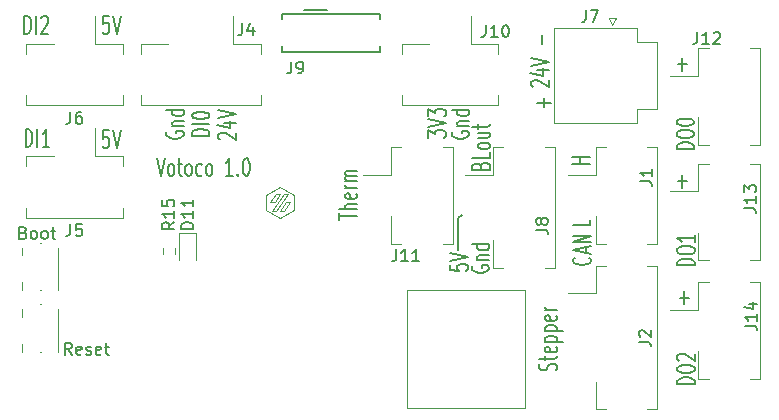
<source format=gbr>
%TF.GenerationSoftware,KiCad,Pcbnew,(6.0.9)*%
%TF.CreationDate,2022-12-25T13:15:50+01:00*%
%TF.ProjectId,votoco,766f746f-636f-42e6-9b69-6361645f7063,rev?*%
%TF.SameCoordinates,Original*%
%TF.FileFunction,Legend,Top*%
%TF.FilePolarity,Positive*%
%FSLAX46Y46*%
G04 Gerber Fmt 4.6, Leading zero omitted, Abs format (unit mm)*
G04 Created by KiCad (PCBNEW (6.0.9)) date 2022-12-25 13:15:50*
%MOMM*%
%LPD*%
G01*
G04 APERTURE LIST*
%ADD10C,0.100000*%
%ADD11C,0.150000*%
%ADD12C,0.120000*%
G04 APERTURE END LIST*
D10*
X123901000Y-81212375D02*
X123900250Y-79920125D01*
X123201250Y-80559125D02*
X123201250Y-80559125D01*
X123400000Y-79850000D02*
X123400000Y-79850000D01*
X123900250Y-79920125D02*
X122719000Y-79270250D01*
X122042125Y-81280250D02*
X123032125Y-79850375D01*
X123070375Y-81280250D02*
X122702500Y-81280250D01*
X122243125Y-80564375D02*
X121874125Y-80564375D01*
D11*
X137800000Y-81900000D02*
X138100000Y-81600000D01*
D10*
X122369125Y-79850750D02*
X122735875Y-79850000D01*
X121537375Y-79919750D02*
X121537375Y-81210125D01*
D11*
X137800000Y-84600000D02*
X137800000Y-81900000D01*
D10*
X123400000Y-79850000D02*
X122405875Y-81280250D01*
X121537375Y-79919750D02*
X121537375Y-79919750D01*
X123201250Y-80559125D02*
X123572500Y-80559125D01*
X123032125Y-79850375D02*
X123400000Y-79850000D01*
X121874125Y-80564375D02*
X122369125Y-79850750D01*
X122735875Y-79850000D02*
X122243125Y-80564375D01*
X122716750Y-81859250D02*
X123901000Y-81212375D01*
X122702500Y-81280250D02*
X123201250Y-80559125D01*
X122405875Y-81280250D02*
X122042125Y-81280250D01*
X122719000Y-79270250D02*
X121537375Y-79919750D01*
X122735875Y-79850000D02*
X122735875Y-79850000D01*
X121537375Y-81210125D02*
X122716750Y-81859250D01*
X123572500Y-80559125D02*
X123070375Y-81280250D01*
D11*
X139000000Y-85942857D02*
X138928571Y-86038095D01*
X138928571Y-86180952D01*
X139000000Y-86323809D01*
X139142857Y-86419047D01*
X139285714Y-86466666D01*
X139571428Y-86514285D01*
X139785714Y-86514285D01*
X140071428Y-86466666D01*
X140214285Y-86419047D01*
X140357142Y-86323809D01*
X140428571Y-86180952D01*
X140428571Y-86085714D01*
X140357142Y-85942857D01*
X140285714Y-85895238D01*
X139785714Y-85895238D01*
X139785714Y-86085714D01*
X139428571Y-85466666D02*
X140428571Y-85466666D01*
X139571428Y-85466666D02*
X139500000Y-85419047D01*
X139428571Y-85323809D01*
X139428571Y-85180952D01*
X139500000Y-85085714D01*
X139642857Y-85038095D01*
X140428571Y-85038095D01*
X140428571Y-84133333D02*
X138928571Y-84133333D01*
X140357142Y-84133333D02*
X140428571Y-84228571D01*
X140428571Y-84419047D01*
X140357142Y-84514285D01*
X140285714Y-84561904D01*
X140142857Y-84609523D01*
X139714285Y-84609523D01*
X139571428Y-84561904D01*
X139500000Y-84514285D01*
X139428571Y-84419047D01*
X139428571Y-84228571D01*
X139500000Y-84133333D01*
X157130952Y-68892857D02*
X156369047Y-68892857D01*
X156750000Y-68321428D02*
X156750000Y-69464285D01*
X144907142Y-67180952D02*
X144907142Y-66419047D01*
X157828571Y-95961904D02*
X156328571Y-95961904D01*
X156328571Y-95723809D01*
X156400000Y-95580952D01*
X156542857Y-95485714D01*
X156685714Y-95438095D01*
X156971428Y-95390476D01*
X157185714Y-95390476D01*
X157471428Y-95438095D01*
X157614285Y-95485714D01*
X157757142Y-95580952D01*
X157828571Y-95723809D01*
X157828571Y-95961904D01*
X156328571Y-94771428D02*
X156328571Y-94580952D01*
X156400000Y-94485714D01*
X156542857Y-94390476D01*
X156828571Y-94342857D01*
X157328571Y-94342857D01*
X157614285Y-94390476D01*
X157757142Y-94485714D01*
X157828571Y-94580952D01*
X157828571Y-94771428D01*
X157757142Y-94866666D01*
X157614285Y-94961904D01*
X157328571Y-95009523D01*
X156828571Y-95009523D01*
X156542857Y-94961904D01*
X156400000Y-94866666D01*
X156328571Y-94771428D01*
X156471428Y-93961904D02*
X156400000Y-93914285D01*
X156328571Y-93819047D01*
X156328571Y-93580952D01*
X156400000Y-93485714D01*
X156471428Y-93438095D01*
X156614285Y-93390476D01*
X156757142Y-93390476D01*
X156971428Y-93438095D01*
X157828571Y-94009523D01*
X157828571Y-93390476D01*
X137300000Y-74592857D02*
X137228571Y-74688095D01*
X137228571Y-74830952D01*
X137300000Y-74973809D01*
X137442857Y-75069047D01*
X137585714Y-75116666D01*
X137871428Y-75164285D01*
X138085714Y-75164285D01*
X138371428Y-75116666D01*
X138514285Y-75069047D01*
X138657142Y-74973809D01*
X138728571Y-74830952D01*
X138728571Y-74735714D01*
X138657142Y-74592857D01*
X138585714Y-74545238D01*
X138085714Y-74545238D01*
X138085714Y-74735714D01*
X137728571Y-74116666D02*
X138728571Y-74116666D01*
X137871428Y-74116666D02*
X137800000Y-74069047D01*
X137728571Y-73973809D01*
X137728571Y-73830952D01*
X137800000Y-73735714D01*
X137942857Y-73688095D01*
X138728571Y-73688095D01*
X138728571Y-72783333D02*
X137228571Y-72783333D01*
X138657142Y-72783333D02*
X138728571Y-72878571D01*
X138728571Y-73069047D01*
X138657142Y-73164285D01*
X138585714Y-73211904D01*
X138442857Y-73259523D01*
X138014285Y-73259523D01*
X137871428Y-73211904D01*
X137800000Y-73164285D01*
X137728571Y-73069047D01*
X137728571Y-72878571D01*
X137800000Y-72783333D01*
X157330952Y-88642857D02*
X156569047Y-88642857D01*
X156950000Y-88071428D02*
X156950000Y-89214285D01*
X135228571Y-75088095D02*
X135228571Y-74469047D01*
X135800000Y-74802380D01*
X135800000Y-74659523D01*
X135871428Y-74564285D01*
X135942857Y-74516666D01*
X136085714Y-74469047D01*
X136442857Y-74469047D01*
X136585714Y-74516666D01*
X136657142Y-74564285D01*
X136728571Y-74659523D01*
X136728571Y-74945238D01*
X136657142Y-75040476D01*
X136585714Y-75088095D01*
X135228571Y-74183333D02*
X136728571Y-73850000D01*
X135228571Y-73516666D01*
X135228571Y-73278571D02*
X135228571Y-72659523D01*
X135800000Y-72992857D01*
X135800000Y-72850000D01*
X135871428Y-72754761D01*
X135942857Y-72707142D01*
X136085714Y-72659523D01*
X136442857Y-72659523D01*
X136585714Y-72707142D01*
X136657142Y-72754761D01*
X136728571Y-72850000D01*
X136728571Y-73135714D01*
X136657142Y-73230952D01*
X136585714Y-73278571D01*
X108209523Y-74478571D02*
X107733333Y-74478571D01*
X107685714Y-75192857D01*
X107733333Y-75121428D01*
X107828571Y-75050000D01*
X108066666Y-75050000D01*
X108161904Y-75121428D01*
X108209523Y-75192857D01*
X108257142Y-75335714D01*
X108257142Y-75692857D01*
X108209523Y-75835714D01*
X108161904Y-75907142D01*
X108066666Y-75978571D01*
X107828571Y-75978571D01*
X107733333Y-75907142D01*
X107685714Y-75835714D01*
X108542857Y-74478571D02*
X108876190Y-75978571D01*
X109209523Y-74478571D01*
X157828571Y-85911904D02*
X156328571Y-85911904D01*
X156328571Y-85673809D01*
X156400000Y-85530952D01*
X156542857Y-85435714D01*
X156685714Y-85388095D01*
X156971428Y-85340476D01*
X157185714Y-85340476D01*
X157471428Y-85388095D01*
X157614285Y-85435714D01*
X157757142Y-85530952D01*
X157828571Y-85673809D01*
X157828571Y-85911904D01*
X156328571Y-84721428D02*
X156328571Y-84530952D01*
X156400000Y-84435714D01*
X156542857Y-84340476D01*
X156828571Y-84292857D01*
X157328571Y-84292857D01*
X157614285Y-84340476D01*
X157757142Y-84435714D01*
X157828571Y-84530952D01*
X157828571Y-84721428D01*
X157757142Y-84816666D01*
X157614285Y-84911904D01*
X157328571Y-84959523D01*
X156828571Y-84959523D01*
X156542857Y-84911904D01*
X156400000Y-84816666D01*
X156328571Y-84721428D01*
X157828571Y-83340476D02*
X157828571Y-83911904D01*
X157828571Y-83626190D02*
X156328571Y-83626190D01*
X156542857Y-83721428D01*
X156685714Y-83816666D01*
X156757142Y-83911904D01*
X117621428Y-75240476D02*
X117550000Y-75192857D01*
X117478571Y-75097619D01*
X117478571Y-74859523D01*
X117550000Y-74764285D01*
X117621428Y-74716666D01*
X117764285Y-74669047D01*
X117907142Y-74669047D01*
X118121428Y-74716666D01*
X118978571Y-75288095D01*
X118978571Y-74669047D01*
X117978571Y-73811904D02*
X118978571Y-73811904D01*
X117407142Y-74050000D02*
X118478571Y-74288095D01*
X118478571Y-73669047D01*
X117478571Y-73430952D02*
X118978571Y-73097619D01*
X117478571Y-72764285D01*
X116728571Y-74926190D02*
X115228571Y-74926190D01*
X115228571Y-74688095D01*
X115300000Y-74545238D01*
X115442857Y-74450000D01*
X115585714Y-74402380D01*
X115871428Y-74354761D01*
X116085714Y-74354761D01*
X116371428Y-74402380D01*
X116514285Y-74450000D01*
X116657142Y-74545238D01*
X116728571Y-74688095D01*
X116728571Y-74926190D01*
X116728571Y-73926190D02*
X115228571Y-73926190D01*
X115228571Y-73259523D02*
X115228571Y-73164285D01*
X115300000Y-73069047D01*
X115371428Y-73021428D01*
X115514285Y-72973809D01*
X115800000Y-72926190D01*
X116157142Y-72926190D01*
X116442857Y-72973809D01*
X116585714Y-73021428D01*
X116657142Y-73069047D01*
X116728571Y-73164285D01*
X116728571Y-73259523D01*
X116657142Y-73354761D01*
X116585714Y-73402380D01*
X116442857Y-73450000D01*
X116157142Y-73497619D01*
X115800000Y-73497619D01*
X115514285Y-73450000D01*
X115371428Y-73402380D01*
X115300000Y-73354761D01*
X115228571Y-73259523D01*
X112273809Y-76828571D02*
X112607142Y-78328571D01*
X112940476Y-76828571D01*
X113416666Y-78328571D02*
X113321428Y-78257142D01*
X113273809Y-78185714D01*
X113226190Y-78042857D01*
X113226190Y-77614285D01*
X113273809Y-77471428D01*
X113321428Y-77400000D01*
X113416666Y-77328571D01*
X113559523Y-77328571D01*
X113654761Y-77400000D01*
X113702380Y-77471428D01*
X113750000Y-77614285D01*
X113750000Y-78042857D01*
X113702380Y-78185714D01*
X113654761Y-78257142D01*
X113559523Y-78328571D01*
X113416666Y-78328571D01*
X114035714Y-77328571D02*
X114416666Y-77328571D01*
X114178571Y-76828571D02*
X114178571Y-78114285D01*
X114226190Y-78257142D01*
X114321428Y-78328571D01*
X114416666Y-78328571D01*
X114892857Y-78328571D02*
X114797619Y-78257142D01*
X114750000Y-78185714D01*
X114702380Y-78042857D01*
X114702380Y-77614285D01*
X114750000Y-77471428D01*
X114797619Y-77400000D01*
X114892857Y-77328571D01*
X115035714Y-77328571D01*
X115130952Y-77400000D01*
X115178571Y-77471428D01*
X115226190Y-77614285D01*
X115226190Y-78042857D01*
X115178571Y-78185714D01*
X115130952Y-78257142D01*
X115035714Y-78328571D01*
X114892857Y-78328571D01*
X116083333Y-78257142D02*
X115988095Y-78328571D01*
X115797619Y-78328571D01*
X115702380Y-78257142D01*
X115654761Y-78185714D01*
X115607142Y-78042857D01*
X115607142Y-77614285D01*
X115654761Y-77471428D01*
X115702380Y-77400000D01*
X115797619Y-77328571D01*
X115988095Y-77328571D01*
X116083333Y-77400000D01*
X116654761Y-78328571D02*
X116559523Y-78257142D01*
X116511904Y-78185714D01*
X116464285Y-78042857D01*
X116464285Y-77614285D01*
X116511904Y-77471428D01*
X116559523Y-77400000D01*
X116654761Y-77328571D01*
X116797619Y-77328571D01*
X116892857Y-77400000D01*
X116940476Y-77471428D01*
X116988095Y-77614285D01*
X116988095Y-78042857D01*
X116940476Y-78185714D01*
X116892857Y-78257142D01*
X116797619Y-78328571D01*
X116654761Y-78328571D01*
X118702380Y-78328571D02*
X118130952Y-78328571D01*
X118416666Y-78328571D02*
X118416666Y-76828571D01*
X118321428Y-77042857D01*
X118226190Y-77185714D01*
X118130952Y-77257142D01*
X119130952Y-78185714D02*
X119178571Y-78257142D01*
X119130952Y-78328571D01*
X119083333Y-78257142D01*
X119130952Y-78185714D01*
X119130952Y-78328571D01*
X119797619Y-76828571D02*
X119892857Y-76828571D01*
X119988095Y-76900000D01*
X120035714Y-76971428D01*
X120083333Y-77114285D01*
X120130952Y-77400000D01*
X120130952Y-77757142D01*
X120083333Y-78042857D01*
X120035714Y-78185714D01*
X119988095Y-78257142D01*
X119892857Y-78328571D01*
X119797619Y-78328571D01*
X119702380Y-78257142D01*
X119654761Y-78185714D01*
X119607142Y-78042857D01*
X119559523Y-77757142D01*
X119559523Y-77400000D01*
X119607142Y-77114285D01*
X119654761Y-76971428D01*
X119702380Y-76900000D01*
X119797619Y-76828571D01*
X157778571Y-76061904D02*
X156278571Y-76061904D01*
X156278571Y-75823809D01*
X156350000Y-75680952D01*
X156492857Y-75585714D01*
X156635714Y-75538095D01*
X156921428Y-75490476D01*
X157135714Y-75490476D01*
X157421428Y-75538095D01*
X157564285Y-75585714D01*
X157707142Y-75680952D01*
X157778571Y-75823809D01*
X157778571Y-76061904D01*
X156278571Y-74871428D02*
X156278571Y-74680952D01*
X156350000Y-74585714D01*
X156492857Y-74490476D01*
X156778571Y-74442857D01*
X157278571Y-74442857D01*
X157564285Y-74490476D01*
X157707142Y-74585714D01*
X157778571Y-74680952D01*
X157778571Y-74871428D01*
X157707142Y-74966666D01*
X157564285Y-75061904D01*
X157278571Y-75109523D01*
X156778571Y-75109523D01*
X156492857Y-75061904D01*
X156350000Y-74966666D01*
X156278571Y-74871428D01*
X156278571Y-73823809D02*
X156278571Y-73728571D01*
X156350000Y-73633333D01*
X156421428Y-73585714D01*
X156564285Y-73538095D01*
X156850000Y-73490476D01*
X157207142Y-73490476D01*
X157492857Y-73538095D01*
X157635714Y-73585714D01*
X157707142Y-73633333D01*
X157778571Y-73728571D01*
X157778571Y-73823809D01*
X157707142Y-73919047D01*
X157635714Y-73966666D01*
X157492857Y-74014285D01*
X157207142Y-74061904D01*
X156850000Y-74061904D01*
X156564285Y-74014285D01*
X156421428Y-73966666D01*
X156350000Y-73919047D01*
X156278571Y-73823809D01*
X157130952Y-78792857D02*
X156369047Y-78792857D01*
X156750000Y-78221428D02*
X156750000Y-79364285D01*
X148928571Y-77335714D02*
X147428571Y-77335714D01*
X148142857Y-77335714D02*
X148142857Y-76764285D01*
X148928571Y-76764285D02*
X147428571Y-76764285D01*
X101073809Y-66278571D02*
X101073809Y-64778571D01*
X101311904Y-64778571D01*
X101454761Y-64850000D01*
X101550000Y-64992857D01*
X101597619Y-65135714D01*
X101645238Y-65421428D01*
X101645238Y-65635714D01*
X101597619Y-65921428D01*
X101550000Y-66064285D01*
X101454761Y-66207142D01*
X101311904Y-66278571D01*
X101073809Y-66278571D01*
X102073809Y-66278571D02*
X102073809Y-64778571D01*
X102502380Y-64921428D02*
X102550000Y-64850000D01*
X102645238Y-64778571D01*
X102883333Y-64778571D01*
X102978571Y-64850000D01*
X103026190Y-64921428D01*
X103073809Y-65064285D01*
X103073809Y-65207142D01*
X103026190Y-65421428D01*
X102454761Y-66278571D01*
X103073809Y-66278571D01*
X145057142Y-72530952D02*
X145057142Y-71769047D01*
X145628571Y-72150000D02*
X144485714Y-72150000D01*
X127728571Y-82042857D02*
X127728571Y-81471428D01*
X129228571Y-81757142D02*
X127728571Y-81757142D01*
X129228571Y-81138095D02*
X127728571Y-81138095D01*
X129228571Y-80709523D02*
X128442857Y-80709523D01*
X128300000Y-80757142D01*
X128228571Y-80852380D01*
X128228571Y-80995238D01*
X128300000Y-81090476D01*
X128371428Y-81138095D01*
X129157142Y-79852380D02*
X129228571Y-79947619D01*
X129228571Y-80138095D01*
X129157142Y-80233333D01*
X129014285Y-80280952D01*
X128442857Y-80280952D01*
X128300000Y-80233333D01*
X128228571Y-80138095D01*
X128228571Y-79947619D01*
X128300000Y-79852380D01*
X128442857Y-79804761D01*
X128585714Y-79804761D01*
X128728571Y-80280952D01*
X129228571Y-79376190D02*
X128228571Y-79376190D01*
X128514285Y-79376190D02*
X128371428Y-79328571D01*
X128300000Y-79280952D01*
X128228571Y-79185714D01*
X128228571Y-79090476D01*
X129228571Y-78757142D02*
X128228571Y-78757142D01*
X128371428Y-78757142D02*
X128300000Y-78709523D01*
X128228571Y-78614285D01*
X128228571Y-78471428D01*
X128300000Y-78376190D01*
X128442857Y-78328571D01*
X129228571Y-78328571D01*
X128442857Y-78328571D02*
X128300000Y-78280952D01*
X128228571Y-78185714D01*
X128228571Y-78042857D01*
X128300000Y-77947619D01*
X128442857Y-77900000D01*
X129228571Y-77900000D01*
X139692857Y-77473809D02*
X139764285Y-77330952D01*
X139835714Y-77283333D01*
X139978571Y-77235714D01*
X140192857Y-77235714D01*
X140335714Y-77283333D01*
X140407142Y-77330952D01*
X140478571Y-77426190D01*
X140478571Y-77807142D01*
X138978571Y-77807142D01*
X138978571Y-77473809D01*
X139050000Y-77378571D01*
X139121428Y-77330952D01*
X139264285Y-77283333D01*
X139407142Y-77283333D01*
X139550000Y-77330952D01*
X139621428Y-77378571D01*
X139692857Y-77473809D01*
X139692857Y-77807142D01*
X140478571Y-76330952D02*
X140478571Y-76807142D01*
X138978571Y-76807142D01*
X140478571Y-75854761D02*
X140407142Y-75950000D01*
X140335714Y-75997619D01*
X140192857Y-76045238D01*
X139764285Y-76045238D01*
X139621428Y-75997619D01*
X139550000Y-75950000D01*
X139478571Y-75854761D01*
X139478571Y-75711904D01*
X139550000Y-75616666D01*
X139621428Y-75569047D01*
X139764285Y-75521428D01*
X140192857Y-75521428D01*
X140335714Y-75569047D01*
X140407142Y-75616666D01*
X140478571Y-75711904D01*
X140478571Y-75854761D01*
X139478571Y-74664285D02*
X140478571Y-74664285D01*
X139478571Y-75092857D02*
X140264285Y-75092857D01*
X140407142Y-75045238D01*
X140478571Y-74950000D01*
X140478571Y-74807142D01*
X140407142Y-74711904D01*
X140335714Y-74664285D01*
X139478571Y-74330952D02*
X139478571Y-73950000D01*
X138978571Y-74188095D02*
X140264285Y-74188095D01*
X140407142Y-74140476D01*
X140478571Y-74045238D01*
X140478571Y-73950000D01*
X105061904Y-93452380D02*
X104728571Y-92976190D01*
X104490476Y-93452380D02*
X104490476Y-92452380D01*
X104871428Y-92452380D01*
X104966666Y-92500000D01*
X105014285Y-92547619D01*
X105061904Y-92642857D01*
X105061904Y-92785714D01*
X105014285Y-92880952D01*
X104966666Y-92928571D01*
X104871428Y-92976190D01*
X104490476Y-92976190D01*
X105871428Y-93404761D02*
X105776190Y-93452380D01*
X105585714Y-93452380D01*
X105490476Y-93404761D01*
X105442857Y-93309523D01*
X105442857Y-92928571D01*
X105490476Y-92833333D01*
X105585714Y-92785714D01*
X105776190Y-92785714D01*
X105871428Y-92833333D01*
X105919047Y-92928571D01*
X105919047Y-93023809D01*
X105442857Y-93119047D01*
X106300000Y-93404761D02*
X106395238Y-93452380D01*
X106585714Y-93452380D01*
X106680952Y-93404761D01*
X106728571Y-93309523D01*
X106728571Y-93261904D01*
X106680952Y-93166666D01*
X106585714Y-93119047D01*
X106442857Y-93119047D01*
X106347619Y-93071428D01*
X106300000Y-92976190D01*
X106300000Y-92928571D01*
X106347619Y-92833333D01*
X106442857Y-92785714D01*
X106585714Y-92785714D01*
X106680952Y-92833333D01*
X107538095Y-93404761D02*
X107442857Y-93452380D01*
X107252380Y-93452380D01*
X107157142Y-93404761D01*
X107109523Y-93309523D01*
X107109523Y-92928571D01*
X107157142Y-92833333D01*
X107252380Y-92785714D01*
X107442857Y-92785714D01*
X107538095Y-92833333D01*
X107585714Y-92928571D01*
X107585714Y-93023809D01*
X107109523Y-93119047D01*
X107871428Y-92785714D02*
X108252380Y-92785714D01*
X108014285Y-92452380D02*
X108014285Y-93309523D01*
X108061904Y-93404761D01*
X108157142Y-93452380D01*
X108252380Y-93452380D01*
X148978571Y-82040476D02*
X148978571Y-82516666D01*
X147478571Y-82516666D01*
X108209523Y-64778571D02*
X107733333Y-64778571D01*
X107685714Y-65492857D01*
X107733333Y-65421428D01*
X107828571Y-65350000D01*
X108066666Y-65350000D01*
X108161904Y-65421428D01*
X108209523Y-65492857D01*
X108257142Y-65635714D01*
X108257142Y-65992857D01*
X108209523Y-66135714D01*
X108161904Y-66207142D01*
X108066666Y-66278571D01*
X107828571Y-66278571D01*
X107733333Y-66207142D01*
X107685714Y-66135714D01*
X108542857Y-64778571D02*
X108876190Y-66278571D01*
X109209523Y-64778571D01*
X148885714Y-85242857D02*
X148957142Y-85290476D01*
X149028571Y-85433333D01*
X149028571Y-85528571D01*
X148957142Y-85671428D01*
X148814285Y-85766666D01*
X148671428Y-85814285D01*
X148385714Y-85861904D01*
X148171428Y-85861904D01*
X147885714Y-85814285D01*
X147742857Y-85766666D01*
X147600000Y-85671428D01*
X147528571Y-85528571D01*
X147528571Y-85433333D01*
X147600000Y-85290476D01*
X147671428Y-85242857D01*
X148600000Y-84861904D02*
X148600000Y-84385714D01*
X149028571Y-84957142D02*
X147528571Y-84623809D01*
X149028571Y-84290476D01*
X149028571Y-83957142D02*
X147528571Y-83957142D01*
X149028571Y-83385714D01*
X147528571Y-83385714D01*
X113150000Y-74592857D02*
X113078571Y-74688095D01*
X113078571Y-74830952D01*
X113150000Y-74973809D01*
X113292857Y-75069047D01*
X113435714Y-75116666D01*
X113721428Y-75164285D01*
X113935714Y-75164285D01*
X114221428Y-75116666D01*
X114364285Y-75069047D01*
X114507142Y-74973809D01*
X114578571Y-74830952D01*
X114578571Y-74735714D01*
X114507142Y-74592857D01*
X114435714Y-74545238D01*
X113935714Y-74545238D01*
X113935714Y-74735714D01*
X113578571Y-74116666D02*
X114578571Y-74116666D01*
X113721428Y-74116666D02*
X113650000Y-74069047D01*
X113578571Y-73973809D01*
X113578571Y-73830952D01*
X113650000Y-73735714D01*
X113792857Y-73688095D01*
X114578571Y-73688095D01*
X114578571Y-72783333D02*
X113078571Y-72783333D01*
X114507142Y-72783333D02*
X114578571Y-72878571D01*
X114578571Y-73069047D01*
X114507142Y-73164285D01*
X114435714Y-73211904D01*
X114292857Y-73259523D01*
X113864285Y-73259523D01*
X113721428Y-73211904D01*
X113650000Y-73164285D01*
X113578571Y-73069047D01*
X113578571Y-72878571D01*
X113650000Y-72783333D01*
X101173809Y-75878571D02*
X101173809Y-74378571D01*
X101411904Y-74378571D01*
X101554761Y-74450000D01*
X101650000Y-74592857D01*
X101697619Y-74735714D01*
X101745238Y-75021428D01*
X101745238Y-75235714D01*
X101697619Y-75521428D01*
X101650000Y-75664285D01*
X101554761Y-75807142D01*
X101411904Y-75878571D01*
X101173809Y-75878571D01*
X102173809Y-75878571D02*
X102173809Y-74378571D01*
X103173809Y-75878571D02*
X102602380Y-75878571D01*
X102888095Y-75878571D02*
X102888095Y-74378571D01*
X102792857Y-74592857D01*
X102697619Y-74735714D01*
X102602380Y-74807142D01*
X137128571Y-85840476D02*
X137128571Y-86316666D01*
X137842857Y-86364285D01*
X137771428Y-86316666D01*
X137700000Y-86221428D01*
X137700000Y-85983333D01*
X137771428Y-85888095D01*
X137842857Y-85840476D01*
X137985714Y-85792857D01*
X138342857Y-85792857D01*
X138485714Y-85840476D01*
X138557142Y-85888095D01*
X138628571Y-85983333D01*
X138628571Y-86221428D01*
X138557142Y-86316666D01*
X138485714Y-86364285D01*
X137128571Y-85507142D02*
X138628571Y-85173809D01*
X137128571Y-84840476D01*
X146057142Y-94792857D02*
X146128571Y-94650000D01*
X146128571Y-94411904D01*
X146057142Y-94316666D01*
X145985714Y-94269047D01*
X145842857Y-94221428D01*
X145700000Y-94221428D01*
X145557142Y-94269047D01*
X145485714Y-94316666D01*
X145414285Y-94411904D01*
X145342857Y-94602380D01*
X145271428Y-94697619D01*
X145200000Y-94745238D01*
X145057142Y-94792857D01*
X144914285Y-94792857D01*
X144771428Y-94745238D01*
X144700000Y-94697619D01*
X144628571Y-94602380D01*
X144628571Y-94364285D01*
X144700000Y-94221428D01*
X145128571Y-93935714D02*
X145128571Y-93554761D01*
X144628571Y-93792857D02*
X145914285Y-93792857D01*
X146057142Y-93745238D01*
X146128571Y-93650000D01*
X146128571Y-93554761D01*
X146057142Y-92840476D02*
X146128571Y-92935714D01*
X146128571Y-93126190D01*
X146057142Y-93221428D01*
X145914285Y-93269047D01*
X145342857Y-93269047D01*
X145200000Y-93221428D01*
X145128571Y-93126190D01*
X145128571Y-92935714D01*
X145200000Y-92840476D01*
X145342857Y-92792857D01*
X145485714Y-92792857D01*
X145628571Y-93269047D01*
X145128571Y-92364285D02*
X146628571Y-92364285D01*
X145200000Y-92364285D02*
X145128571Y-92269047D01*
X145128571Y-92078571D01*
X145200000Y-91983333D01*
X145271428Y-91935714D01*
X145414285Y-91888095D01*
X145842857Y-91888095D01*
X145985714Y-91935714D01*
X146057142Y-91983333D01*
X146128571Y-92078571D01*
X146128571Y-92269047D01*
X146057142Y-92364285D01*
X145128571Y-91459523D02*
X146628571Y-91459523D01*
X145200000Y-91459523D02*
X145128571Y-91364285D01*
X145128571Y-91173809D01*
X145200000Y-91078571D01*
X145271428Y-91030952D01*
X145414285Y-90983333D01*
X145842857Y-90983333D01*
X145985714Y-91030952D01*
X146057142Y-91078571D01*
X146128571Y-91173809D01*
X146128571Y-91364285D01*
X146057142Y-91459523D01*
X146057142Y-90173809D02*
X146128571Y-90269047D01*
X146128571Y-90459523D01*
X146057142Y-90554761D01*
X145914285Y-90602380D01*
X145342857Y-90602380D01*
X145200000Y-90554761D01*
X145128571Y-90459523D01*
X145128571Y-90269047D01*
X145200000Y-90173809D01*
X145342857Y-90126190D01*
X145485714Y-90126190D01*
X145628571Y-90602380D01*
X146128571Y-89697619D02*
X145128571Y-89697619D01*
X145414285Y-89697619D02*
X145271428Y-89650000D01*
X145200000Y-89602380D01*
X145128571Y-89507142D01*
X145128571Y-89411904D01*
X144121428Y-70790476D02*
X144050000Y-70742857D01*
X143978571Y-70647619D01*
X143978571Y-70409523D01*
X144050000Y-70314285D01*
X144121428Y-70266666D01*
X144264285Y-70219047D01*
X144407142Y-70219047D01*
X144621428Y-70266666D01*
X145478571Y-70838095D01*
X145478571Y-70219047D01*
X144478571Y-69361904D02*
X145478571Y-69361904D01*
X143907142Y-69600000D02*
X144978571Y-69838095D01*
X144978571Y-69219047D01*
X143978571Y-68980952D02*
X145478571Y-68647619D01*
X143978571Y-68314285D01*
X100980952Y-83128571D02*
X101123809Y-83176190D01*
X101171428Y-83223809D01*
X101219047Y-83319047D01*
X101219047Y-83461904D01*
X101171428Y-83557142D01*
X101123809Y-83604761D01*
X101028571Y-83652380D01*
X100647619Y-83652380D01*
X100647619Y-82652380D01*
X100980952Y-82652380D01*
X101076190Y-82700000D01*
X101123809Y-82747619D01*
X101171428Y-82842857D01*
X101171428Y-82938095D01*
X101123809Y-83033333D01*
X101076190Y-83080952D01*
X100980952Y-83128571D01*
X100647619Y-83128571D01*
X101790476Y-83652380D02*
X101695238Y-83604761D01*
X101647619Y-83557142D01*
X101600000Y-83461904D01*
X101600000Y-83176190D01*
X101647619Y-83080952D01*
X101695238Y-83033333D01*
X101790476Y-82985714D01*
X101933333Y-82985714D01*
X102028571Y-83033333D01*
X102076190Y-83080952D01*
X102123809Y-83176190D01*
X102123809Y-83461904D01*
X102076190Y-83557142D01*
X102028571Y-83604761D01*
X101933333Y-83652380D01*
X101790476Y-83652380D01*
X102695238Y-83652380D02*
X102600000Y-83604761D01*
X102552380Y-83557142D01*
X102504761Y-83461904D01*
X102504761Y-83176190D01*
X102552380Y-83080952D01*
X102600000Y-83033333D01*
X102695238Y-82985714D01*
X102838095Y-82985714D01*
X102933333Y-83033333D01*
X102980952Y-83080952D01*
X103028571Y-83176190D01*
X103028571Y-83461904D01*
X102980952Y-83557142D01*
X102933333Y-83604761D01*
X102838095Y-83652380D01*
X102695238Y-83652380D01*
X103314285Y-82985714D02*
X103695238Y-82985714D01*
X103457142Y-82652380D02*
X103457142Y-83509523D01*
X103504761Y-83604761D01*
X103600000Y-83652380D01*
X103695238Y-83652380D01*
%TO.C,J2*%
X153102380Y-92383333D02*
X153816666Y-92383333D01*
X153959523Y-92430952D01*
X154054761Y-92526190D01*
X154102380Y-92669047D01*
X154102380Y-92764285D01*
X153197619Y-91954761D02*
X153150000Y-91907142D01*
X153102380Y-91811904D01*
X153102380Y-91573809D01*
X153150000Y-91478571D01*
X153197619Y-91430952D01*
X153292857Y-91383333D01*
X153388095Y-91383333D01*
X153530952Y-91430952D01*
X154102380Y-92002380D01*
X154102380Y-91383333D01*
%TO.C,J9*%
X123666666Y-68652380D02*
X123666666Y-69366666D01*
X123619047Y-69509523D01*
X123523809Y-69604761D01*
X123380952Y-69652380D01*
X123285714Y-69652380D01*
X124190476Y-69652380D02*
X124380952Y-69652380D01*
X124476190Y-69604761D01*
X124523809Y-69557142D01*
X124619047Y-69414285D01*
X124666666Y-69223809D01*
X124666666Y-68842857D01*
X124619047Y-68747619D01*
X124571428Y-68700000D01*
X124476190Y-68652380D01*
X124285714Y-68652380D01*
X124190476Y-68700000D01*
X124142857Y-68747619D01*
X124095238Y-68842857D01*
X124095238Y-69080952D01*
X124142857Y-69176190D01*
X124190476Y-69223809D01*
X124285714Y-69271428D01*
X124476190Y-69271428D01*
X124571428Y-69223809D01*
X124619047Y-69176190D01*
X124666666Y-69080952D01*
%TO.C,R15*%
X113752380Y-82242857D02*
X113276190Y-82576190D01*
X113752380Y-82814285D02*
X112752380Y-82814285D01*
X112752380Y-82433333D01*
X112800000Y-82338095D01*
X112847619Y-82290476D01*
X112942857Y-82242857D01*
X113085714Y-82242857D01*
X113180952Y-82290476D01*
X113228571Y-82338095D01*
X113276190Y-82433333D01*
X113276190Y-82814285D01*
X113752380Y-81290476D02*
X113752380Y-81861904D01*
X113752380Y-81576190D02*
X112752380Y-81576190D01*
X112895238Y-81671428D01*
X112990476Y-81766666D01*
X113038095Y-81861904D01*
X112752380Y-80385714D02*
X112752380Y-80861904D01*
X113228571Y-80909523D01*
X113180952Y-80861904D01*
X113133333Y-80766666D01*
X113133333Y-80528571D01*
X113180952Y-80433333D01*
X113228571Y-80385714D01*
X113323809Y-80338095D01*
X113561904Y-80338095D01*
X113657142Y-80385714D01*
X113704761Y-80433333D01*
X113752380Y-80528571D01*
X113752380Y-80766666D01*
X113704761Y-80861904D01*
X113657142Y-80909523D01*
%TO.C,J1*%
X153202380Y-78783333D02*
X153916666Y-78783333D01*
X154059523Y-78830952D01*
X154154761Y-78926190D01*
X154202380Y-79069047D01*
X154202380Y-79164285D01*
X154202380Y-77783333D02*
X154202380Y-78354761D01*
X154202380Y-78069047D02*
X153202380Y-78069047D01*
X153345238Y-78164285D01*
X153440476Y-78259523D01*
X153488095Y-78354761D01*
%TO.C,J13*%
X162002380Y-81059523D02*
X162716666Y-81059523D01*
X162859523Y-81107142D01*
X162954761Y-81202380D01*
X163002380Y-81345238D01*
X163002380Y-81440476D01*
X163002380Y-80059523D02*
X163002380Y-80630952D01*
X163002380Y-80345238D02*
X162002380Y-80345238D01*
X162145238Y-80440476D01*
X162240476Y-80535714D01*
X162288095Y-80630952D01*
X162002380Y-79726190D02*
X162002380Y-79107142D01*
X162383333Y-79440476D01*
X162383333Y-79297619D01*
X162430952Y-79202380D01*
X162478571Y-79154761D01*
X162573809Y-79107142D01*
X162811904Y-79107142D01*
X162907142Y-79154761D01*
X162954761Y-79202380D01*
X163002380Y-79297619D01*
X163002380Y-79583333D01*
X162954761Y-79678571D01*
X162907142Y-79726190D01*
%TO.C,J12*%
X158040476Y-66152380D02*
X158040476Y-66866666D01*
X157992857Y-67009523D01*
X157897619Y-67104761D01*
X157754761Y-67152380D01*
X157659523Y-67152380D01*
X159040476Y-67152380D02*
X158469047Y-67152380D01*
X158754761Y-67152380D02*
X158754761Y-66152380D01*
X158659523Y-66295238D01*
X158564285Y-66390476D01*
X158469047Y-66438095D01*
X159421428Y-66247619D02*
X159469047Y-66200000D01*
X159564285Y-66152380D01*
X159802380Y-66152380D01*
X159897619Y-66200000D01*
X159945238Y-66247619D01*
X159992857Y-66342857D01*
X159992857Y-66438095D01*
X159945238Y-66580952D01*
X159373809Y-67152380D01*
X159992857Y-67152380D01*
%TO.C,J6*%
X104966666Y-72902380D02*
X104966666Y-73616666D01*
X104919047Y-73759523D01*
X104823809Y-73854761D01*
X104680952Y-73902380D01*
X104585714Y-73902380D01*
X105871428Y-72902380D02*
X105680952Y-72902380D01*
X105585714Y-72950000D01*
X105538095Y-72997619D01*
X105442857Y-73140476D01*
X105395238Y-73330952D01*
X105395238Y-73711904D01*
X105442857Y-73807142D01*
X105490476Y-73854761D01*
X105585714Y-73902380D01*
X105776190Y-73902380D01*
X105871428Y-73854761D01*
X105919047Y-73807142D01*
X105966666Y-73711904D01*
X105966666Y-73473809D01*
X105919047Y-73378571D01*
X105871428Y-73330952D01*
X105776190Y-73283333D01*
X105585714Y-73283333D01*
X105490476Y-73330952D01*
X105442857Y-73378571D01*
X105395238Y-73473809D01*
%TO.C,J8*%
X144402380Y-82883333D02*
X145116666Y-82883333D01*
X145259523Y-82930952D01*
X145354761Y-83026190D01*
X145402380Y-83169047D01*
X145402380Y-83264285D01*
X144830952Y-82264285D02*
X144783333Y-82359523D01*
X144735714Y-82407142D01*
X144640476Y-82454761D01*
X144592857Y-82454761D01*
X144497619Y-82407142D01*
X144450000Y-82359523D01*
X144402380Y-82264285D01*
X144402380Y-82073809D01*
X144450000Y-81978571D01*
X144497619Y-81930952D01*
X144592857Y-81883333D01*
X144640476Y-81883333D01*
X144735714Y-81930952D01*
X144783333Y-81978571D01*
X144830952Y-82073809D01*
X144830952Y-82264285D01*
X144878571Y-82359523D01*
X144926190Y-82407142D01*
X145021428Y-82454761D01*
X145211904Y-82454761D01*
X145307142Y-82407142D01*
X145354761Y-82359523D01*
X145402380Y-82264285D01*
X145402380Y-82073809D01*
X145354761Y-81978571D01*
X145307142Y-81930952D01*
X145211904Y-81883333D01*
X145021428Y-81883333D01*
X144926190Y-81930952D01*
X144878571Y-81978571D01*
X144830952Y-82073809D01*
%TO.C,J11*%
X132540476Y-84552380D02*
X132540476Y-85266666D01*
X132492857Y-85409523D01*
X132397619Y-85504761D01*
X132254761Y-85552380D01*
X132159523Y-85552380D01*
X133540476Y-85552380D02*
X132969047Y-85552380D01*
X133254761Y-85552380D02*
X133254761Y-84552380D01*
X133159523Y-84695238D01*
X133064285Y-84790476D01*
X132969047Y-84838095D01*
X134492857Y-85552380D02*
X133921428Y-85552380D01*
X134207142Y-85552380D02*
X134207142Y-84552380D01*
X134111904Y-84695238D01*
X134016666Y-84790476D01*
X133921428Y-84838095D01*
%TO.C,J7*%
X148616666Y-64302380D02*
X148616666Y-65016666D01*
X148569047Y-65159523D01*
X148473809Y-65254761D01*
X148330952Y-65302380D01*
X148235714Y-65302380D01*
X148997619Y-64302380D02*
X149664285Y-64302380D01*
X149235714Y-65302380D01*
%TO.C,J10*%
X140140476Y-65552380D02*
X140140476Y-66266666D01*
X140092857Y-66409523D01*
X139997619Y-66504761D01*
X139854761Y-66552380D01*
X139759523Y-66552380D01*
X141140476Y-66552380D02*
X140569047Y-66552380D01*
X140854761Y-66552380D02*
X140854761Y-65552380D01*
X140759523Y-65695238D01*
X140664285Y-65790476D01*
X140569047Y-65838095D01*
X141759523Y-65552380D02*
X141854761Y-65552380D01*
X141950000Y-65600000D01*
X141997619Y-65647619D01*
X142045238Y-65742857D01*
X142092857Y-65933333D01*
X142092857Y-66171428D01*
X142045238Y-66361904D01*
X141997619Y-66457142D01*
X141950000Y-66504761D01*
X141854761Y-66552380D01*
X141759523Y-66552380D01*
X141664285Y-66504761D01*
X141616666Y-66457142D01*
X141569047Y-66361904D01*
X141521428Y-66171428D01*
X141521428Y-65933333D01*
X141569047Y-65742857D01*
X141616666Y-65647619D01*
X141664285Y-65600000D01*
X141759523Y-65552380D01*
%TO.C,J14*%
X162052380Y-91009523D02*
X162766666Y-91009523D01*
X162909523Y-91057142D01*
X163004761Y-91152380D01*
X163052380Y-91295238D01*
X163052380Y-91390476D01*
X163052380Y-90009523D02*
X163052380Y-90580952D01*
X163052380Y-90295238D02*
X162052380Y-90295238D01*
X162195238Y-90390476D01*
X162290476Y-90485714D01*
X162338095Y-90580952D01*
X162385714Y-89152380D02*
X163052380Y-89152380D01*
X162004761Y-89390476D02*
X162719047Y-89628571D01*
X162719047Y-89009523D01*
%TO.C,J5*%
X104966666Y-82402380D02*
X104966666Y-83116666D01*
X104919047Y-83259523D01*
X104823809Y-83354761D01*
X104680952Y-83402380D01*
X104585714Y-83402380D01*
X105919047Y-82402380D02*
X105442857Y-82402380D01*
X105395238Y-82878571D01*
X105442857Y-82830952D01*
X105538095Y-82783333D01*
X105776190Y-82783333D01*
X105871428Y-82830952D01*
X105919047Y-82878571D01*
X105966666Y-82973809D01*
X105966666Y-83211904D01*
X105919047Y-83307142D01*
X105871428Y-83354761D01*
X105776190Y-83402380D01*
X105538095Y-83402380D01*
X105442857Y-83354761D01*
X105395238Y-83307142D01*
%TO.C,J4*%
X119516666Y-65402380D02*
X119516666Y-66116666D01*
X119469047Y-66259523D01*
X119373809Y-66354761D01*
X119230952Y-66402380D01*
X119135714Y-66402380D01*
X120421428Y-65735714D02*
X120421428Y-66402380D01*
X120183333Y-65354761D02*
X119945238Y-66069047D01*
X120564285Y-66069047D01*
%TO.C,D11*%
X115352380Y-82814285D02*
X114352380Y-82814285D01*
X114352380Y-82576190D01*
X114400000Y-82433333D01*
X114495238Y-82338095D01*
X114590476Y-82290476D01*
X114780952Y-82242857D01*
X114923809Y-82242857D01*
X115114285Y-82290476D01*
X115209523Y-82338095D01*
X115304761Y-82433333D01*
X115352380Y-82576190D01*
X115352380Y-82814285D01*
X115352380Y-81290476D02*
X115352380Y-81861904D01*
X115352380Y-81576190D02*
X114352380Y-81576190D01*
X114495238Y-81671428D01*
X114590476Y-81766666D01*
X114638095Y-81861904D01*
X115352380Y-80338095D02*
X115352380Y-80909523D01*
X115352380Y-80623809D02*
X114352380Y-80623809D01*
X114495238Y-80719047D01*
X114590476Y-80814285D01*
X114638095Y-80909523D01*
D12*
%TO.C,J2*%
X149440000Y-98085000D02*
X149440000Y-95760000D01*
X149440000Y-85915000D02*
X149440000Y-88240000D01*
X150290000Y-98085000D02*
X149440000Y-98085000D01*
X149440000Y-88240000D02*
X147050000Y-88240000D01*
X150290000Y-85915000D02*
X149440000Y-85915000D01*
X154660000Y-98085000D02*
X153810000Y-98085000D01*
X154660000Y-85915000D02*
X154660000Y-98085000D01*
X153810000Y-85915000D02*
X154660000Y-85915000D01*
D11*
%TO.C,J9*%
X124700000Y-64300000D02*
X126700000Y-64300000D01*
X122850000Y-67800000D02*
X131150000Y-67800000D01*
X131150000Y-64600000D02*
X131150000Y-65075000D01*
X122850000Y-64600000D02*
X131150000Y-64600000D01*
X122850000Y-65075000D02*
X122850000Y-64600000D01*
X122850000Y-67325000D02*
X122850000Y-67800000D01*
X131150000Y-67800000D02*
X131150000Y-67325000D01*
D12*
%TO.C,R15*%
X112777500Y-84450242D02*
X112777500Y-84924758D01*
X113822500Y-84450242D02*
X113822500Y-84924758D01*
%TO.C,J1*%
X154660000Y-84085000D02*
X153810000Y-84085000D01*
X153810000Y-75915000D02*
X154660000Y-75915000D01*
X149440000Y-75915000D02*
X149440000Y-78240000D01*
X150290000Y-75915000D02*
X149440000Y-75915000D01*
X150290000Y-84085000D02*
X149440000Y-84085000D01*
X154660000Y-75915000D02*
X154660000Y-84085000D01*
X149440000Y-78240000D02*
X147050000Y-78240000D01*
X149440000Y-84085000D02*
X149440000Y-81760000D01*
%TO.C,HS1*%
X133450000Y-87950000D02*
X143450000Y-87950000D01*
X143450000Y-87950000D02*
X143450000Y-97950000D01*
X143450000Y-97950000D02*
X133450000Y-97950000D01*
X133450000Y-97950000D02*
X133450000Y-87950000D01*
%TO.C,SW1*%
X100900000Y-92550000D02*
X100900000Y-93200000D01*
X102450000Y-89200000D02*
X102350000Y-89200000D01*
X103900000Y-93200000D02*
X103900000Y-89600000D01*
X102450000Y-93200000D02*
X102350000Y-93200000D01*
X100900000Y-89600000D02*
X100900000Y-90250000D01*
%TO.C,J13*%
X163360000Y-85485000D02*
X162510000Y-85485000D01*
X162510000Y-77315000D02*
X163360000Y-77315000D01*
X158990000Y-85485000D02*
X158140000Y-85485000D01*
X158140000Y-85485000D02*
X158140000Y-83160000D01*
X158990000Y-77315000D02*
X158140000Y-77315000D01*
X158140000Y-79640000D02*
X155750000Y-79640000D01*
X158140000Y-77315000D02*
X158140000Y-79640000D01*
X163360000Y-77315000D02*
X163360000Y-85485000D01*
%TO.C,J12*%
X163360000Y-67502500D02*
X163360000Y-75672500D01*
X158140000Y-75672500D02*
X158140000Y-73347500D01*
X162510000Y-67502500D02*
X163360000Y-67502500D01*
X158140000Y-69827500D02*
X155750000Y-69827500D01*
X158140000Y-67502500D02*
X158140000Y-69827500D01*
X158990000Y-75672500D02*
X158140000Y-75672500D01*
X158990000Y-67502500D02*
X158140000Y-67502500D01*
X163360000Y-75672500D02*
X162510000Y-75672500D01*
%TO.C,J6*%
X109385000Y-71510000D02*
X109385000Y-72360000D01*
X101215000Y-67990000D02*
X101215000Y-67140000D01*
X107060000Y-67140000D02*
X107060000Y-64750000D01*
X109385000Y-72360000D02*
X101215000Y-72360000D01*
X109385000Y-67140000D02*
X107060000Y-67140000D01*
X101215000Y-72360000D02*
X101215000Y-71510000D01*
X101215000Y-67140000D02*
X103540000Y-67140000D01*
X109385000Y-67990000D02*
X109385000Y-67140000D01*
%TO.C,J8*%
X141590000Y-86085000D02*
X140740000Y-86085000D01*
X145110000Y-75915000D02*
X145960000Y-75915000D01*
X145960000Y-75915000D02*
X145960000Y-86085000D01*
X145960000Y-86085000D02*
X145110000Y-86085000D01*
X140740000Y-78240000D02*
X138350000Y-78240000D01*
X140740000Y-86085000D02*
X140740000Y-83760000D01*
X140740000Y-75915000D02*
X140740000Y-78240000D01*
X141590000Y-75915000D02*
X140740000Y-75915000D01*
%TO.C,J11*%
X132140000Y-84085000D02*
X132140000Y-81760000D01*
X137360000Y-75915000D02*
X137360000Y-84085000D01*
X136510000Y-75915000D02*
X137360000Y-75915000D01*
X132990000Y-84085000D02*
X132140000Y-84085000D01*
X132140000Y-75915000D02*
X132140000Y-78240000D01*
X132990000Y-75915000D02*
X132140000Y-75915000D01*
X132140000Y-78240000D02*
X129750000Y-78240000D01*
X137360000Y-84085000D02*
X136510000Y-84085000D01*
%TO.C,J7*%
X154660000Y-72662500D02*
X152960000Y-72662500D01*
X152960000Y-72662500D02*
X152960000Y-73862500D01*
X152960000Y-66982500D02*
X154660000Y-66982500D01*
X152960000Y-73862500D02*
X145940000Y-73862500D01*
X150550000Y-64982500D02*
X151150000Y-64982500D01*
X151150000Y-64982500D02*
X150850000Y-65582500D01*
X145940000Y-73862500D02*
X145940000Y-65782500D01*
X145940000Y-65782500D02*
X152960000Y-65782500D01*
X150850000Y-65582500D02*
X150550000Y-64982500D01*
X154660000Y-66982500D02*
X154660000Y-72662500D01*
X152960000Y-65782500D02*
X152960000Y-66982500D01*
%TO.C,J10*%
X141185000Y-67140000D02*
X138860000Y-67140000D01*
X133015000Y-67990000D02*
X133015000Y-67140000D01*
X133015000Y-67140000D02*
X135340000Y-67140000D01*
X133015000Y-72360000D02*
X133015000Y-71510000D01*
X141185000Y-67990000D02*
X141185000Y-67140000D01*
X138860000Y-67140000D02*
X138860000Y-64750000D01*
X141185000Y-71510000D02*
X141185000Y-72360000D01*
X141185000Y-72360000D02*
X133015000Y-72360000D01*
%TO.C,J14*%
X158140000Y-89640000D02*
X155750000Y-89640000D01*
X158140000Y-87315000D02*
X158140000Y-89640000D01*
X163360000Y-95485000D02*
X162510000Y-95485000D01*
X158140000Y-95485000D02*
X158140000Y-93160000D01*
X163360000Y-87315000D02*
X163360000Y-95485000D01*
X162510000Y-87315000D02*
X163360000Y-87315000D01*
X158990000Y-87315000D02*
X158140000Y-87315000D01*
X158990000Y-95485000D02*
X158140000Y-95485000D01*
%TO.C,J5*%
X101215000Y-77490000D02*
X101215000Y-76640000D01*
X101215000Y-81860000D02*
X101215000Y-81010000D01*
X109385000Y-76640000D02*
X107060000Y-76640000D01*
X109385000Y-77490000D02*
X109385000Y-76640000D01*
X107060000Y-76640000D02*
X107060000Y-74250000D01*
X109385000Y-81860000D02*
X101215000Y-81860000D01*
X109385000Y-81010000D02*
X109385000Y-81860000D01*
X101215000Y-76640000D02*
X103540000Y-76640000D01*
%TO.C,J4*%
X118760000Y-67140000D02*
X118760000Y-64750000D01*
X110915000Y-67990000D02*
X110915000Y-67140000D01*
X110915000Y-72360000D02*
X110915000Y-71510000D01*
X121085000Y-67990000D02*
X121085000Y-67140000D01*
X121085000Y-72360000D02*
X110915000Y-72360000D01*
X121085000Y-67140000D02*
X118760000Y-67140000D01*
X110915000Y-67140000D02*
X113240000Y-67140000D01*
X121085000Y-71510000D02*
X121085000Y-72360000D01*
%TO.C,D11*%
X115635000Y-83202500D02*
X114165000Y-83202500D01*
X114165000Y-83202500D02*
X114165000Y-85487500D01*
X115635000Y-85487500D02*
X115635000Y-83202500D01*
%TO.C,SW2*%
X103900000Y-88000000D02*
X103900000Y-84400000D01*
X100900000Y-84400000D02*
X100900000Y-85050000D01*
X102450000Y-88000000D02*
X102350000Y-88000000D01*
X102450000Y-84000000D02*
X102350000Y-84000000D01*
X100900000Y-87350000D02*
X100900000Y-88000000D01*
%TD*%
M02*

</source>
